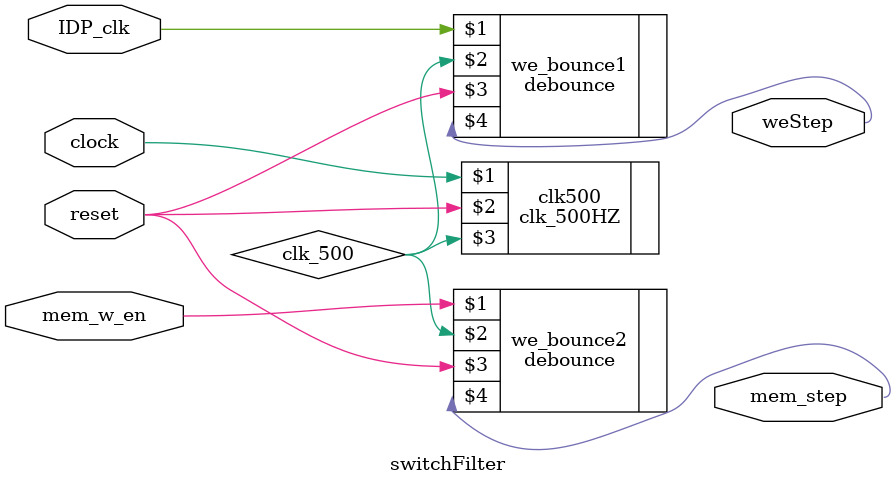
<source format=v>
`timescale 1ns / 1ps

/****************************************************************
 Author:    Poff, Samuel
 Email:     spoff42@gmail.com
 File Name: switchFilter.v
 Date:      01, Nov 2016
 Version:   1.0
 
 Notes: This module instantiates a switch filter.
 
 The inputs follow:
 	Clock      (clock) : Linked to Nexys3 onboard oscillator
 	Reset      (reset) : Linked to BTNU on board.
   IDP Step (IDP_clk) : Linked to BTND on board.
   
 The output follows:
 	Write Enable Clock (weStep) : Linked to clock input of IDP.
 	
 	This module's function is to combine the debounce module and
the clock divider module into one combined module. The clock
divider creates a stepped down 500Hz clock which is used in the 
debounce module to create a one shot pulse as the clock input
to integer data path.
****************************************************************/

module switchFilter(clock, reset, IDP_clk, mem_w_en, weStep, mem_step);

   input clock;   // System Clock
   input reset;   // System Reset
   input IDP_clk; // BTND on Board
   input mem_w_en;
   
   output weStep; // Clock Input to IDP
   output mem_step;
   
   wire clk_500;  // 500Hz Clock
   
    /*********************************
    Debounces the write enable button.
    *********************************/
    //                      step,   clock, reset, writeEnableClk
    debounce we_bounce1 ( IDP_clk, clk_500, reset,    weStep );
    //                      step,   clock, reset, memEnableClk
    debounce we_bounce2 ( mem_w_en, clk_500, reset,  mem_step );
       
    /************************************
    Steps down the system clock to 500Hz.
    ************************************/
    //                 clock, reset, 500HzClock
    clk_500HZ clk500 ( clock, reset,  clk_500 );

endmodule

</source>
